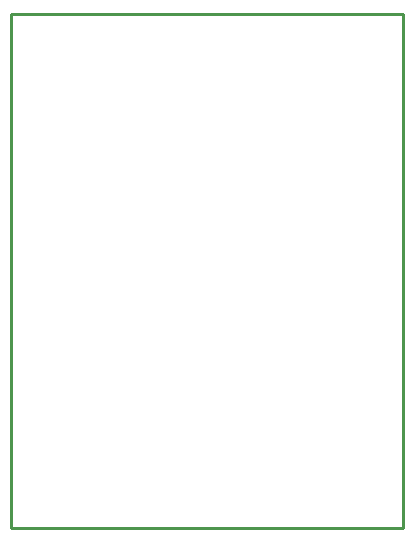
<source format=gko>
G04 EAGLE Gerber RS-274X export*
G75*
%MOMM*%
%FSLAX34Y34*%
%LPD*%
%INBoard Outline*%
%IPPOS*%
%AMOC8*
5,1,8,0,0,1.08239X$1,22.5*%
G01*
%ADD10C,0.000000*%
%ADD11C,0.254000*%


D10*
X0Y40640D02*
X331270Y40640D01*
X331270Y475490D01*
X0Y475490D01*
X0Y40640D01*
D11*
X0Y40640D02*
X331270Y40640D01*
X331270Y475490D01*
X0Y475490D01*
X0Y40640D01*
M02*

</source>
